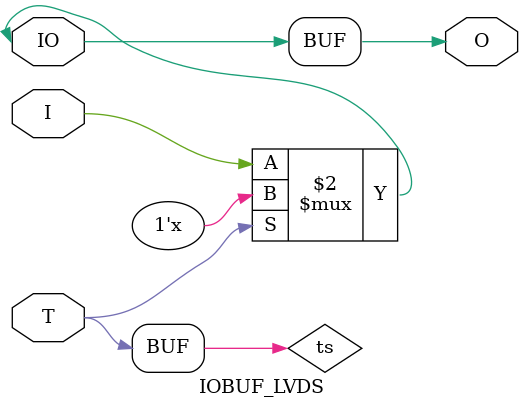
<source format=v>

/*

FUNCTION    : INPUT TRI-STATE OUTPUT BUFFER

*/

`celldefine
`timescale  100 ps / 10 ps

module IOBUF_LVDS (O, IO, I, T);

    output O;

    inout  IO;

    input  I, T;

    or O1 (ts, 1'b0, T);
    bufif0 T1 (IO, I, ts);

    buf B1 (O, IO);

endmodule

</source>
